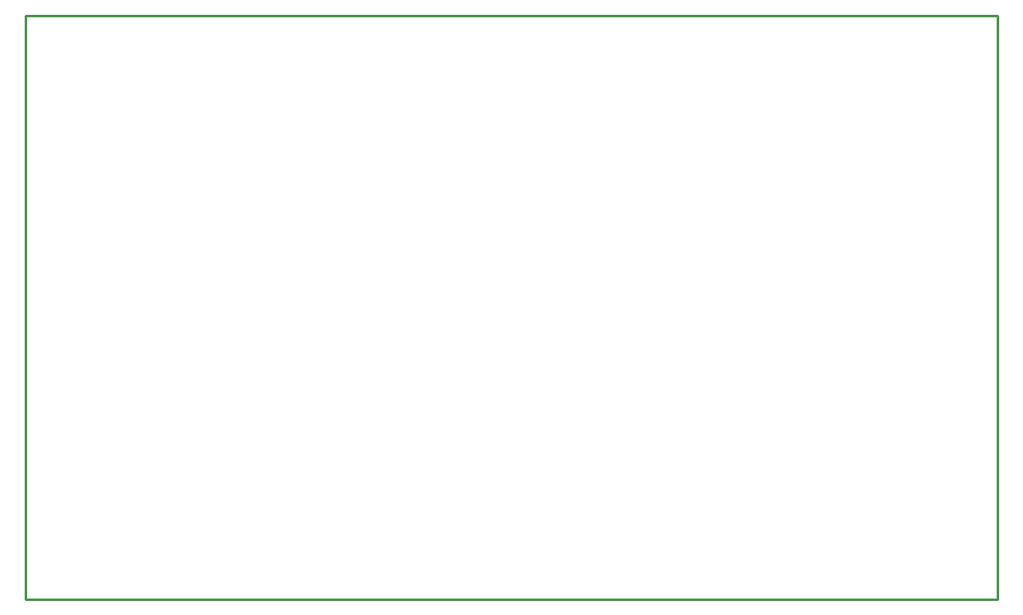
<source format=gko>
G04*
G04 #@! TF.GenerationSoftware,Altium Limited,Altium Designer,19.0.14 (431)*
G04*
G04 Layer_Color=16711935*
%FSLAX25Y25*%
%MOIN*%
G70*
G01*
G75*
%ADD12C,0.01000*%
D12*
X0Y0D02*
X393701D01*
X0D02*
Y236221D01*
X393701D01*
Y0D02*
Y236221D01*
M02*

</source>
